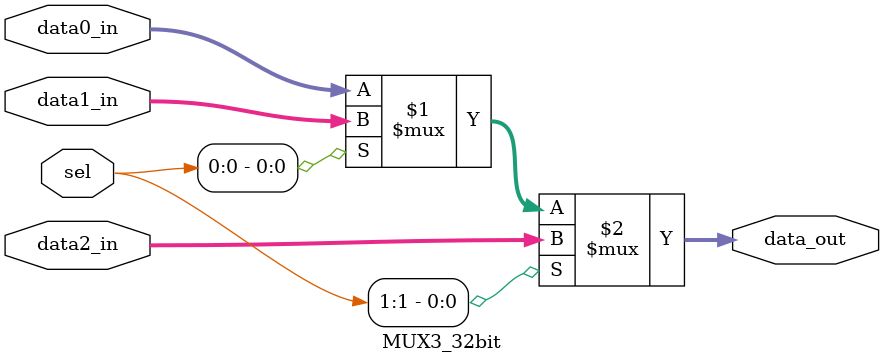
<source format=v>
module MUX3_32bit(    
    data0_in,
    data1_in,
    data2_in,
    sel,
    data_out
);

input [31:0] data0_in, data1_in, data2_in;
input [1:0] sel;
output [31:0] data_out;

assign data_out = (sel[1]) ? data2_in : ((sel[0]) ? data1_in : data0_in);

endmodule

</source>
